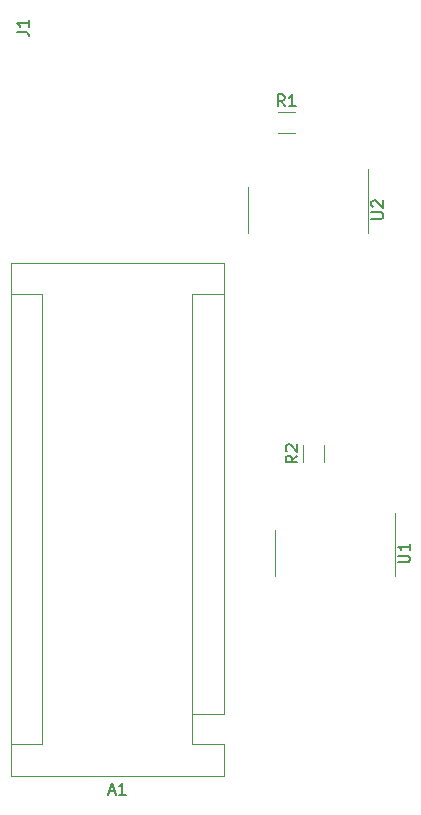
<source format=gbr>
%TF.GenerationSoftware,KiCad,Pcbnew,(6.0.7)*%
%TF.CreationDate,2022-11-27T12:28:35-05:00*%
%TF.ProjectId,double_layer_prototype,646f7562-6c65-45f6-9c61-7965725f7072,rev?*%
%TF.SameCoordinates,Original*%
%TF.FileFunction,Legend,Top*%
%TF.FilePolarity,Positive*%
%FSLAX46Y46*%
G04 Gerber Fmt 4.6, Leading zero omitted, Abs format (unit mm)*
G04 Created by KiCad (PCBNEW (6.0.7)) date 2022-11-27 12:28:35*
%MOMM*%
%LPD*%
G01*
G04 APERTURE LIST*
%ADD10C,0.150000*%
%ADD11C,0.120000*%
G04 APERTURE END LIST*
D10*
%TO.C,U1*%
X83889180Y-131571904D02*
X84698704Y-131571904D01*
X84793942Y-131524285D01*
X84841561Y-131476666D01*
X84889180Y-131381428D01*
X84889180Y-131190952D01*
X84841561Y-131095714D01*
X84793942Y-131048095D01*
X84698704Y-131000476D01*
X83889180Y-131000476D01*
X84889180Y-130000476D02*
X84889180Y-130571904D01*
X84889180Y-130286190D02*
X83889180Y-130286190D01*
X84032038Y-130381428D01*
X84127276Y-130476666D01*
X84174895Y-130571904D01*
%TO.C,R2*%
X75365780Y-122543866D02*
X74889590Y-122877200D01*
X75365780Y-123115295D02*
X74365780Y-123115295D01*
X74365780Y-122734342D01*
X74413400Y-122639104D01*
X74461019Y-122591485D01*
X74556257Y-122543866D01*
X74699114Y-122543866D01*
X74794352Y-122591485D01*
X74841971Y-122639104D01*
X74889590Y-122734342D01*
X74889590Y-123115295D01*
X74461019Y-122162914D02*
X74413400Y-122115295D01*
X74365780Y-122020057D01*
X74365780Y-121781961D01*
X74413400Y-121686723D01*
X74461019Y-121639104D01*
X74556257Y-121591485D01*
X74651495Y-121591485D01*
X74794352Y-121639104D01*
X75365780Y-122210533D01*
X75365780Y-121591485D01*
%TO.C,J1*%
X51631980Y-86667933D02*
X52346266Y-86667933D01*
X52489123Y-86715552D01*
X52584361Y-86810790D01*
X52631980Y-86953647D01*
X52631980Y-87048885D01*
X52631980Y-85667933D02*
X52631980Y-86239361D01*
X52631980Y-85953647D02*
X51631980Y-85953647D01*
X51774838Y-86048885D01*
X51870076Y-86144123D01*
X51917695Y-86239361D01*
%TO.C,R1*%
X74280733Y-92967980D02*
X73947400Y-92491790D01*
X73709304Y-92967980D02*
X73709304Y-91967980D01*
X74090257Y-91967980D01*
X74185495Y-92015600D01*
X74233114Y-92063219D01*
X74280733Y-92158457D01*
X74280733Y-92301314D01*
X74233114Y-92396552D01*
X74185495Y-92444171D01*
X74090257Y-92491790D01*
X73709304Y-92491790D01*
X75233114Y-92967980D02*
X74661685Y-92967980D01*
X74947400Y-92967980D02*
X74947400Y-91967980D01*
X74852161Y-92110838D01*
X74756923Y-92206076D01*
X74661685Y-92253695D01*
%TO.C,U2*%
X81628580Y-102488904D02*
X82438104Y-102488904D01*
X82533342Y-102441285D01*
X82580961Y-102393666D01*
X82628580Y-102298428D01*
X82628580Y-102107952D01*
X82580961Y-102012714D01*
X82533342Y-101965095D01*
X82438104Y-101917476D01*
X81628580Y-101917476D01*
X81723819Y-101488904D02*
X81676200Y-101441285D01*
X81628580Y-101346047D01*
X81628580Y-101107952D01*
X81676200Y-101012714D01*
X81723819Y-100965095D01*
X81819057Y-100917476D01*
X81914295Y-100917476D01*
X82057152Y-100965095D01*
X82628580Y-101536523D01*
X82628580Y-100917476D01*
%TO.C,A1*%
X59397514Y-150966466D02*
X59873704Y-150966466D01*
X59302276Y-151252180D02*
X59635609Y-150252180D01*
X59968942Y-151252180D01*
X60826085Y-151252180D02*
X60254657Y-151252180D01*
X60540371Y-151252180D02*
X60540371Y-150252180D01*
X60445133Y-150395038D01*
X60349895Y-150490276D01*
X60254657Y-150537895D01*
D11*
%TO.C,U1*%
X83596800Y-130810000D02*
X83596800Y-127360000D01*
X83596800Y-130810000D02*
X83596800Y-132760000D01*
X73476800Y-130810000D02*
X73476800Y-128860000D01*
X73476800Y-130810000D02*
X73476800Y-132760000D01*
%TO.C,R2*%
X77643400Y-123104264D02*
X77643400Y-121650136D01*
X75823400Y-123104264D02*
X75823400Y-121650136D01*
%TO.C,R1*%
X73720336Y-95245600D02*
X75174464Y-95245600D01*
X73720336Y-93425600D02*
X75174464Y-93425600D01*
%TO.C,U2*%
X81336200Y-101727000D02*
X81336200Y-98277000D01*
X71216200Y-101727000D02*
X71216200Y-99777000D01*
X81336200Y-101727000D02*
X81336200Y-103677000D01*
X71216200Y-101727000D02*
X71216200Y-103677000D01*
%TO.C,A1*%
X66461800Y-144449800D02*
X66461800Y-146989800D01*
X69131800Y-144449800D02*
X69131800Y-106219800D01*
X53761800Y-146989800D02*
X51091800Y-146989800D01*
X53761800Y-108889800D02*
X51091800Y-108889800D01*
X66461800Y-146989800D02*
X69131800Y-146989800D01*
X66461800Y-108889800D02*
X69131800Y-108889800D01*
X51091800Y-106219800D02*
X51091800Y-149659800D01*
X66461800Y-144449800D02*
X66461800Y-108889800D01*
X66461800Y-144449800D02*
X69131800Y-144449800D01*
X69131800Y-106219800D02*
X51091800Y-106219800D01*
X69131800Y-149659800D02*
X69131800Y-146989800D01*
X53761800Y-146989800D02*
X53761800Y-108889800D01*
X51091800Y-149659800D02*
X69131800Y-149659800D01*
%TD*%
M02*

</source>
